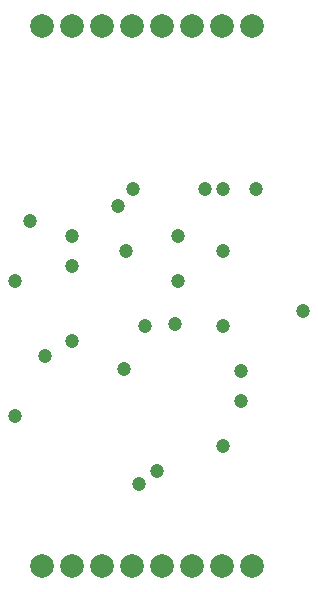
<source format=gts>
G04 Layer_Color=8388736*
%FSLAX43Y43*%
%MOMM*%
G71*
G01*
G75*
%ADD11C,2.000*%
%ADD12C,1.200*%
D11*
X16110Y47860D02*
D03*
X18650D02*
D03*
X21190D02*
D03*
X23730D02*
D03*
X26270D02*
D03*
X28810D02*
D03*
X31350D02*
D03*
X33890D02*
D03*
Y2140D02*
D03*
X31350D02*
D03*
X28810D02*
D03*
X26270D02*
D03*
X23730D02*
D03*
X21190D02*
D03*
X18650D02*
D03*
X16110D02*
D03*
D12*
X13824Y26270D02*
D03*
X16364Y19920D02*
D03*
X18650Y30080D02*
D03*
Y21190D02*
D03*
X24892Y22460D02*
D03*
X38246Y23730D02*
D03*
X34290Y34036D02*
D03*
X23876D02*
D03*
X15094Y31350D02*
D03*
X33020Y18650D02*
D03*
Y16110D02*
D03*
X23114Y18796D02*
D03*
X27432Y22606D02*
D03*
X18650Y27540D02*
D03*
X24384Y9125D02*
D03*
X23222Y28810D02*
D03*
X31475Y22460D02*
D03*
X22585Y32620D02*
D03*
X27665Y26270D02*
D03*
X13824Y14840D02*
D03*
X31496Y34036D02*
D03*
X29972D02*
D03*
X27665Y30080D02*
D03*
X31475Y28810D02*
D03*
X25908Y10160D02*
D03*
X31475Y12340D02*
D03*
M02*

</source>
